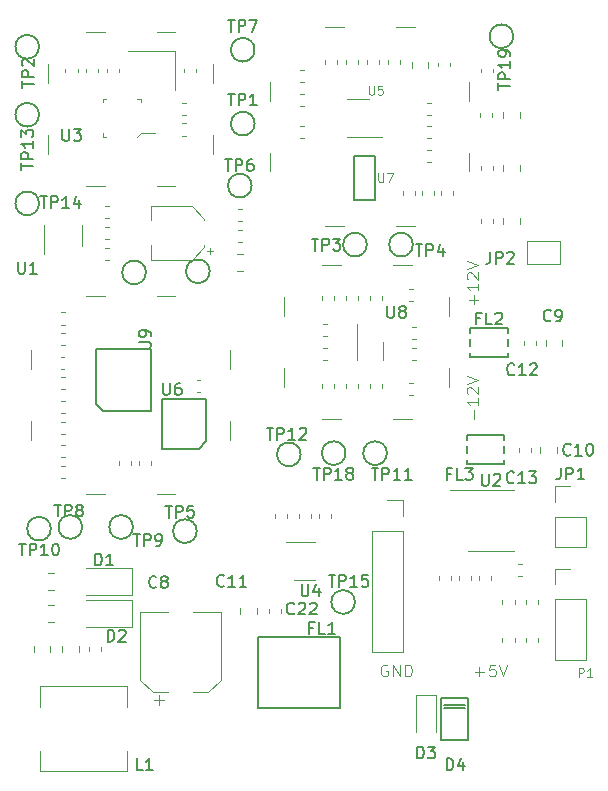
<source format=gto>
G04 #@! TF.GenerationSoftware,KiCad,Pcbnew,(5.1.4)-1*
G04 #@! TF.CreationDate,2020-03-14T18:34:21+01:00*
G04 #@! TF.ProjectId,rf-receiver,72662d72-6563-4656-9976-65722e6b6963,Rev 2*
G04 #@! TF.SameCoordinates,Original*
G04 #@! TF.FileFunction,Legend,Top*
G04 #@! TF.FilePolarity,Positive*
%FSLAX46Y46*%
G04 Gerber Fmt 4.6, Leading zero omitted, Abs format (unit mm)*
G04 Created by KiCad (PCBNEW (5.1.4)-1) date 2020-03-14 18:34:21*
%MOMM*%
%LPD*%
G04 APERTURE LIST*
%ADD10C,0.125000*%
%ADD11C,0.120000*%
%ADD12C,0.150000*%
%ADD13C,0.100000*%
G04 APERTURE END LIST*
D10*
X121164285Y-113421428D02*
X121926190Y-113421428D01*
X121545238Y-113802380D02*
X121545238Y-113040476D01*
X122878571Y-112802380D02*
X122402380Y-112802380D01*
X122354761Y-113278571D01*
X122402380Y-113230952D01*
X122497619Y-113183333D01*
X122735714Y-113183333D01*
X122830952Y-113230952D01*
X122878571Y-113278571D01*
X122926190Y-113373809D01*
X122926190Y-113611904D01*
X122878571Y-113707142D01*
X122830952Y-113754761D01*
X122735714Y-113802380D01*
X122497619Y-113802380D01*
X122402380Y-113754761D01*
X122354761Y-113707142D01*
X123211904Y-112802380D02*
X123545238Y-113802380D01*
X123878571Y-112802380D01*
X113738095Y-112850000D02*
X113642857Y-112802380D01*
X113500000Y-112802380D01*
X113357142Y-112850000D01*
X113261904Y-112945238D01*
X113214285Y-113040476D01*
X113166666Y-113230952D01*
X113166666Y-113373809D01*
X113214285Y-113564285D01*
X113261904Y-113659523D01*
X113357142Y-113754761D01*
X113500000Y-113802380D01*
X113595238Y-113802380D01*
X113738095Y-113754761D01*
X113785714Y-113707142D01*
X113785714Y-113373809D01*
X113595238Y-113373809D01*
X114214285Y-113802380D02*
X114214285Y-112802380D01*
X114785714Y-113802380D01*
X114785714Y-112802380D01*
X115261904Y-113802380D02*
X115261904Y-112802380D01*
X115500000Y-112802380D01*
X115642857Y-112850000D01*
X115738095Y-112945238D01*
X115785714Y-113040476D01*
X115833333Y-113230952D01*
X115833333Y-113373809D01*
X115785714Y-113564285D01*
X115738095Y-113659523D01*
X115642857Y-113754761D01*
X115500000Y-113802380D01*
X115261904Y-113802380D01*
X121071428Y-92011904D02*
X121071428Y-91250000D01*
X121452380Y-90250000D02*
X121452380Y-90821428D01*
X121452380Y-90535714D02*
X120452380Y-90535714D01*
X120595238Y-90630952D01*
X120690476Y-90726190D01*
X120738095Y-90821428D01*
X120547619Y-89869047D02*
X120500000Y-89821428D01*
X120452380Y-89726190D01*
X120452380Y-89488095D01*
X120500000Y-89392857D01*
X120547619Y-89345238D01*
X120642857Y-89297619D01*
X120738095Y-89297619D01*
X120880952Y-89345238D01*
X121452380Y-89916666D01*
X121452380Y-89297619D01*
X120452380Y-89011904D02*
X121452380Y-88678571D01*
X120452380Y-88345238D01*
X121071428Y-82311904D02*
X121071428Y-81550000D01*
X121452380Y-81930952D02*
X120690476Y-81930952D01*
X121452380Y-80550000D02*
X121452380Y-81121428D01*
X121452380Y-80835714D02*
X120452380Y-80835714D01*
X120595238Y-80930952D01*
X120690476Y-81026190D01*
X120738095Y-81121428D01*
X120547619Y-80169047D02*
X120500000Y-80121428D01*
X120452380Y-80026190D01*
X120452380Y-79788095D01*
X120500000Y-79692857D01*
X120547619Y-79645238D01*
X120642857Y-79597619D01*
X120738095Y-79597619D01*
X120880952Y-79645238D01*
X121452380Y-80216666D01*
X121452380Y-79597619D01*
X120452380Y-79311904D02*
X121452380Y-78978571D01*
X120452380Y-78645238D01*
D11*
X124960000Y-66508578D02*
X124960000Y-65991422D01*
X123540000Y-66508578D02*
X123540000Y-65991422D01*
X125600000Y-76900000D02*
X128400000Y-76900000D01*
X128400000Y-76900000D02*
X128400000Y-78900000D01*
X128400000Y-78900000D02*
X125600000Y-78900000D01*
X125600000Y-78900000D02*
X125600000Y-76900000D01*
D12*
X124400000Y-59600000D02*
G75*
G03X124400000Y-59600000I-1000000J0D01*
G01*
X110200000Y-94900000D02*
G75*
G03X110200000Y-94900000I-1000000J0D01*
G01*
X98700000Y-79500000D02*
G75*
G03X98700000Y-79500000I-1000000J0D01*
G01*
X93300000Y-79600000D02*
G75*
G03X93300000Y-79600000I-1000000J0D01*
G01*
X84250000Y-73750000D02*
G75*
G03X84250000Y-73750000I-1000000J0D01*
G01*
X84250000Y-66250000D02*
G75*
G03X84250000Y-66250000I-1000000J0D01*
G01*
X84250000Y-60500000D02*
G75*
G03X84250000Y-60500000I-1000000J0D01*
G01*
X111000000Y-107500000D02*
G75*
G03X111000000Y-107500000I-1000000J0D01*
G01*
X106400000Y-95000000D02*
G75*
G03X106400000Y-95000000I-1000000J0D01*
G01*
X113700000Y-94900000D02*
G75*
G03X113700000Y-94900000I-1000000J0D01*
G01*
X92200000Y-101150000D02*
G75*
G03X92200000Y-101150000I-1000000J0D01*
G01*
X87900000Y-101150000D02*
G75*
G03X87900000Y-101150000I-1000000J0D01*
G01*
X102500000Y-60750000D02*
G75*
G03X102500000Y-60750000I-1000000J0D01*
G01*
X102250000Y-72250000D02*
G75*
G03X102250000Y-72250000I-1000000J0D01*
G01*
X97600000Y-101500000D02*
G75*
G03X97600000Y-101500000I-1000000J0D01*
G01*
X115900000Y-77250000D02*
G75*
G03X115900000Y-77250000I-1000000J0D01*
G01*
X112000000Y-77250000D02*
G75*
G03X112000000Y-77250000I-1000000J0D01*
G01*
X102500000Y-67000000D02*
G75*
G03X102500000Y-67000000I-1000000J0D01*
G01*
X85250000Y-101300000D02*
G75*
G03X85250000Y-101300000I-1000000J0D01*
G01*
D11*
X88490000Y-111337221D02*
X88490000Y-111662779D01*
X89510000Y-111337221D02*
X89510000Y-111662779D01*
X87610000Y-111758578D02*
X87610000Y-111241422D01*
X86190000Y-111758578D02*
X86190000Y-111241422D01*
D12*
X93750000Y-86100000D02*
X89050000Y-86100000D01*
X89050000Y-90700000D02*
X89640000Y-91300000D01*
X89050000Y-90700000D02*
X89050000Y-86100000D01*
X93750000Y-91300000D02*
X89640000Y-91300000D01*
X93750000Y-86100000D02*
X93750000Y-91300000D01*
X98380000Y-93910000D02*
X97780000Y-94510000D01*
X98380000Y-93910000D02*
X98380000Y-90910000D01*
X98380000Y-90310000D02*
X98380000Y-90910000D01*
X94680000Y-90910000D02*
X94680000Y-93910000D01*
X95280000Y-94510000D02*
X97780000Y-94510000D01*
X94680000Y-90310000D02*
X98380000Y-90310000D01*
X94680000Y-90910000D02*
X94680000Y-90310000D01*
X94680000Y-94510000D02*
X94680000Y-93910000D01*
X95280000Y-94510000D02*
X94680000Y-94510000D01*
D11*
X124960000Y-71008578D02*
X124960000Y-70491422D01*
X123540000Y-71008578D02*
X123540000Y-70491422D01*
X124960000Y-75508578D02*
X124960000Y-74991422D01*
X123540000Y-75508578D02*
X123540000Y-74991422D01*
X122710000Y-62662779D02*
X122710000Y-62337221D01*
X121690000Y-62662779D02*
X121690000Y-62337221D01*
X121590000Y-66087221D02*
X121590000Y-66412779D01*
X122610000Y-66087221D02*
X122610000Y-66412779D01*
X118290000Y-72737221D02*
X118290000Y-73062779D01*
X119310000Y-72737221D02*
X119310000Y-73062779D01*
X121690000Y-70587221D02*
X121690000Y-70912779D01*
X122710000Y-70587221D02*
X122710000Y-70912779D01*
X116690000Y-72737221D02*
X116690000Y-73062779D01*
X117710000Y-72737221D02*
X117710000Y-73062779D01*
X121690000Y-75087221D02*
X121690000Y-75412779D01*
X122710000Y-75087221D02*
X122710000Y-75412779D01*
X116110000Y-73062779D02*
X116110000Y-72737221D01*
X115090000Y-73062779D02*
X115090000Y-72737221D01*
D12*
X118500000Y-116200000D02*
X120300000Y-116200000D01*
X120550000Y-119150000D02*
X120550000Y-115650000D01*
X120550000Y-115650000D02*
X118250000Y-115650000D01*
X118250000Y-115650000D02*
X118250000Y-119150000D01*
X118250000Y-119150000D02*
X120550000Y-119150000D01*
X118500000Y-116500000D02*
X120300000Y-116500000D01*
D11*
X115587221Y-90010000D02*
X115912779Y-90010000D01*
X115587221Y-88990000D02*
X115912779Y-88990000D01*
X117850000Y-115400000D02*
X117850000Y-118550000D01*
X116150000Y-115400000D02*
X116150000Y-118550000D01*
X117850000Y-115400000D02*
X116150000Y-115400000D01*
X122500000Y-98040000D02*
X119050000Y-98040000D01*
X122500000Y-98040000D02*
X124450000Y-98040000D01*
X122500000Y-103160000D02*
X120550000Y-103160000D01*
X122500000Y-103160000D02*
X124450000Y-103160000D01*
X84991422Y-109160000D02*
X85508578Y-109160000D01*
X84991422Y-107740000D02*
X85508578Y-107740000D01*
X119110000Y-105612779D02*
X119110000Y-105287221D01*
X118090000Y-105612779D02*
X118090000Y-105287221D01*
X122510000Y-105612779D02*
X122510000Y-105287221D01*
X121490000Y-105612779D02*
X121490000Y-105287221D01*
X120810000Y-105612779D02*
X120810000Y-105287221D01*
X119790000Y-105612779D02*
X119790000Y-105287221D01*
X84991422Y-106460000D02*
X85508578Y-106460000D01*
X84991422Y-105040000D02*
X85508578Y-105040000D01*
X127920000Y-97670000D02*
X129250000Y-97670000D01*
X127920000Y-99000000D02*
X127920000Y-97670000D01*
X127920000Y-100270000D02*
X130580000Y-100270000D01*
X130580000Y-100270000D02*
X130580000Y-102870000D01*
X127920000Y-100270000D02*
X127920000Y-102870000D01*
X127920000Y-102870000D02*
X130580000Y-102870000D01*
X92085000Y-107315000D02*
X88200000Y-107315000D01*
X92085000Y-109585000D02*
X92085000Y-107315000D01*
X88200000Y-109585000D02*
X92085000Y-109585000D01*
X92085000Y-104615000D02*
X88200000Y-104615000D01*
X92085000Y-106885000D02*
X92085000Y-104615000D01*
X88200000Y-106885000D02*
X92085000Y-106885000D01*
X125112779Y-104290000D02*
X124787221Y-104290000D01*
X125112779Y-105310000D02*
X124787221Y-105310000D01*
X91675000Y-114650000D02*
X88000000Y-114650000D01*
X91675000Y-116400000D02*
X91675000Y-114650000D01*
X84325000Y-114650000D02*
X88000000Y-114650000D01*
X84325000Y-116400000D02*
X84325000Y-114650000D01*
X84325000Y-121850000D02*
X88000000Y-121850000D01*
X84325000Y-120100000D02*
X84325000Y-121850000D01*
X91675000Y-121850000D02*
X88000000Y-121850000D01*
X91675000Y-120100000D02*
X91675000Y-121850000D01*
X85210000Y-111758578D02*
X85210000Y-111241422D01*
X83790000Y-111758578D02*
X83790000Y-111241422D01*
D12*
X123650000Y-94900000D02*
X123650000Y-94300000D01*
X123650000Y-93350000D02*
X123650000Y-93750000D01*
X120450000Y-93350000D02*
X123650000Y-93350000D01*
X120450000Y-93750000D02*
X120450000Y-93350000D01*
X120450000Y-94900000D02*
X120450000Y-94300000D01*
X120450000Y-95850000D02*
X120450000Y-95450000D01*
X123650000Y-95850000D02*
X123650000Y-95450000D01*
X120450000Y-95850000D02*
X123650000Y-95850000D01*
X123950000Y-85850000D02*
X123950000Y-85250000D01*
X123950000Y-84300000D02*
X123950000Y-84700000D01*
X120750000Y-84300000D02*
X123950000Y-84300000D01*
X120750000Y-84700000D02*
X120750000Y-84300000D01*
X120750000Y-85850000D02*
X120750000Y-85250000D01*
X120750000Y-86800000D02*
X120750000Y-86400000D01*
X123950000Y-86800000D02*
X123950000Y-86400000D01*
X120750000Y-86800000D02*
X123950000Y-86800000D01*
D11*
X100991422Y-79460000D02*
X101508578Y-79460000D01*
X100991422Y-78040000D02*
X101508578Y-78040000D01*
X104760000Y-108412779D02*
X104760000Y-108087221D01*
X103740000Y-108412779D02*
X103740000Y-108087221D01*
X125910000Y-94762779D02*
X125910000Y-94437221D01*
X124890000Y-94762779D02*
X124890000Y-94437221D01*
X126360000Y-85712779D02*
X126360000Y-85387221D01*
X125340000Y-85712779D02*
X125340000Y-85387221D01*
X102710000Y-108508578D02*
X102710000Y-107991422D01*
X101290000Y-108508578D02*
X101290000Y-107991422D01*
X128110000Y-94858578D02*
X128110000Y-94341422D01*
X126690000Y-94858578D02*
X126690000Y-94341422D01*
X128560000Y-85808578D02*
X128560000Y-85291422D01*
X127140000Y-85808578D02*
X127140000Y-85291422D01*
X94008750Y-115793750D02*
X94796250Y-115793750D01*
X94402500Y-116187500D02*
X94402500Y-115400000D01*
X98595563Y-115160000D02*
X99660000Y-114095563D01*
X93904437Y-115160000D02*
X92840000Y-114095563D01*
X93904437Y-115160000D02*
X95190000Y-115160000D01*
X98595563Y-115160000D02*
X97310000Y-115160000D01*
X99660000Y-114095563D02*
X99660000Y-108340000D01*
X92840000Y-114095563D02*
X92840000Y-108340000D01*
X92840000Y-108340000D02*
X95190000Y-108340000D01*
X99660000Y-108340000D02*
X97310000Y-108340000D01*
D12*
X109750000Y-116500000D02*
X109750000Y-110500000D01*
X102750000Y-110500000D02*
X102750000Y-116500000D01*
X109750000Y-110500000D02*
X102750000Y-110500000D01*
X109750000Y-116500000D02*
X102750000Y-116500000D01*
D11*
X98750000Y-78060000D02*
X98750000Y-77560000D01*
X99000000Y-77810000D02*
X98500000Y-77810000D01*
X98260000Y-75054437D02*
X97195563Y-73990000D01*
X98260000Y-77445563D02*
X97195563Y-78510000D01*
X98260000Y-77445563D02*
X98260000Y-77310000D01*
X98260000Y-75054437D02*
X98260000Y-75190000D01*
X97195563Y-73990000D02*
X93740000Y-73990000D01*
X97195563Y-78510000D02*
X93740000Y-78510000D01*
X93740000Y-78510000D02*
X93740000Y-77310000D01*
X93740000Y-73990000D02*
X93740000Y-75190000D01*
X108337221Y-85010000D02*
X108662779Y-85010000D01*
X108337221Y-83990000D02*
X108662779Y-83990000D01*
X89837221Y-78510000D02*
X90162779Y-78510000D01*
X89837221Y-77490000D02*
X90162779Y-77490000D01*
X89837221Y-75010000D02*
X90162779Y-75010000D01*
X89837221Y-73990000D02*
X90162779Y-73990000D01*
X104240000Y-100087221D02*
X104240000Y-100412779D01*
X105260000Y-100087221D02*
X105260000Y-100412779D01*
X108490000Y-61587221D02*
X108490000Y-61912779D01*
X109510000Y-61587221D02*
X109510000Y-61912779D01*
X106337221Y-65510000D02*
X106662779Y-65510000D01*
X106337221Y-64490000D02*
X106662779Y-64490000D01*
X107260000Y-100087221D02*
X107260000Y-100412779D01*
X106240000Y-100087221D02*
X106240000Y-100412779D01*
X116162779Y-84240000D02*
X115837221Y-84240000D01*
X116162779Y-85260000D02*
X115837221Y-85260000D01*
X89800000Y-72250000D02*
X88200000Y-72250000D01*
X89800000Y-59250000D02*
X88200000Y-59250000D01*
X95800000Y-72250000D02*
X94200000Y-72250000D01*
X95800000Y-59250000D02*
X94200000Y-59250000D01*
X85020000Y-67950000D02*
X85020000Y-69550000D01*
X98980000Y-67950000D02*
X98980000Y-69550000D01*
X85020000Y-61950000D02*
X85020000Y-63550000D01*
X98980000Y-61950000D02*
X98980000Y-63550000D01*
X109800000Y-92000000D02*
X108200000Y-92000000D01*
X109800000Y-79000000D02*
X108200000Y-79000000D01*
X115800000Y-92000000D02*
X114200000Y-92000000D01*
X115800000Y-79000000D02*
X114200000Y-79000000D01*
X105020000Y-87700000D02*
X105020000Y-89300000D01*
X118980000Y-87700000D02*
X118980000Y-89300000D01*
X105020000Y-81700000D02*
X105020000Y-83300000D01*
X118980000Y-81700000D02*
X118980000Y-83300000D01*
X83600000Y-87800000D02*
X83600000Y-86200000D01*
X100400000Y-87800000D02*
X100400000Y-86200000D01*
X83600000Y-93800000D02*
X83600000Y-92200000D01*
X100400000Y-93800000D02*
X100400000Y-92200000D01*
X89800000Y-81600000D02*
X88200000Y-81600000D01*
X89800000Y-98400000D02*
X88200000Y-98400000D01*
X95800000Y-81600000D02*
X94200000Y-81600000D01*
X95800000Y-98400000D02*
X94200000Y-98400000D01*
X120650000Y-69450000D02*
X120650000Y-71050000D01*
X103850000Y-69450000D02*
X103850000Y-71050000D01*
X120650000Y-63450000D02*
X120650000Y-65050000D01*
X103850000Y-63450000D02*
X103850000Y-65050000D01*
X114450000Y-75650000D02*
X116050000Y-75650000D01*
X114450000Y-58850000D02*
X116050000Y-58850000D01*
X108450000Y-75650000D02*
X110050000Y-75650000D01*
X108450000Y-58850000D02*
X110050000Y-58850000D01*
X111140000Y-84000000D02*
X111140000Y-87000000D01*
X113360000Y-85500000D02*
X113360000Y-87000000D01*
X113750000Y-98880000D02*
X115080000Y-98880000D01*
X115080000Y-98880000D02*
X115080000Y-100210000D01*
X115080000Y-101480000D02*
X115080000Y-111700000D01*
X112420000Y-111700000D02*
X115080000Y-111700000D01*
X112420000Y-101480000D02*
X112420000Y-111700000D01*
X112420000Y-101480000D02*
X115080000Y-101480000D01*
X95750000Y-60850000D02*
X91750000Y-60850000D01*
X95750000Y-64150000D02*
X95750000Y-60850000D01*
X84640000Y-75600000D02*
X84640000Y-78050000D01*
X87860000Y-77400000D02*
X87860000Y-75600000D01*
X88240000Y-62337221D02*
X88240000Y-62662779D01*
X89260000Y-62337221D02*
X89260000Y-62662779D01*
X86490000Y-62337221D02*
X86490000Y-62662779D01*
X87510000Y-62337221D02*
X87510000Y-62662779D01*
X107990000Y-100087221D02*
X107990000Y-100412779D01*
X109010000Y-100087221D02*
X109010000Y-100412779D01*
X89837221Y-76760000D02*
X90162779Y-76760000D01*
X89837221Y-75740000D02*
X90162779Y-75740000D01*
X96662779Y-65240000D02*
X96337221Y-65240000D01*
X96662779Y-66260000D02*
X96337221Y-66260000D01*
X96337221Y-68010000D02*
X96662779Y-68010000D01*
X96337221Y-66990000D02*
X96662779Y-66990000D01*
X97510000Y-62662779D02*
X97510000Y-62337221D01*
X96490000Y-62662779D02*
X96490000Y-62337221D01*
X89990000Y-62337221D02*
X89990000Y-62662779D01*
X91010000Y-62337221D02*
X91010000Y-62662779D01*
D13*
X92850000Y-67800000D02*
X94050000Y-67800000D01*
X92550000Y-68100000D02*
X92850000Y-67800000D01*
X92850000Y-64900000D02*
X92850000Y-65200000D01*
X92550000Y-64900000D02*
X92850000Y-64900000D01*
X89650000Y-64900000D02*
X89950000Y-64900000D01*
X89650000Y-65200000D02*
X89650000Y-64900000D01*
X89650000Y-68100000D02*
X89650000Y-67800000D01*
X89950000Y-68100000D02*
X89650000Y-68100000D01*
D11*
X115587221Y-82010000D02*
X115912779Y-82010000D01*
X115587221Y-80990000D02*
X115912779Y-80990000D01*
X108337221Y-87010000D02*
X108662779Y-87010000D01*
X108337221Y-85990000D02*
X108662779Y-85990000D01*
X115790000Y-61741422D02*
X115790000Y-62258578D01*
X117210000Y-61741422D02*
X117210000Y-62258578D01*
X110240000Y-89412779D02*
X110240000Y-89087221D01*
X111260000Y-89412779D02*
X111260000Y-89087221D01*
X113260000Y-89412779D02*
X113260000Y-89087221D01*
X112240000Y-89412779D02*
X112240000Y-89087221D01*
X93760000Y-95587221D02*
X93760000Y-95912779D01*
X92740000Y-95587221D02*
X92740000Y-95912779D01*
X106662779Y-67240000D02*
X106337221Y-67240000D01*
X106662779Y-68260000D02*
X106337221Y-68260000D01*
X97587221Y-88740000D02*
X97912779Y-88740000D01*
X97587221Y-89760000D02*
X97912779Y-89760000D01*
X117412779Y-69240000D02*
X117087221Y-69240000D01*
X117412779Y-70260000D02*
X117087221Y-70260000D01*
X106337221Y-62490000D02*
X106662779Y-62490000D01*
X106337221Y-63510000D02*
X106662779Y-63510000D01*
X117990000Y-62162779D02*
X117990000Y-61837221D01*
X119010000Y-62162779D02*
X119010000Y-61837221D01*
X92010000Y-95587221D02*
X92010000Y-95912779D01*
X90990000Y-95587221D02*
X90990000Y-95912779D01*
X86412779Y-92240000D02*
X86087221Y-92240000D01*
X86412779Y-93260000D02*
X86087221Y-93260000D01*
X86412779Y-95260000D02*
X86087221Y-95260000D01*
X86412779Y-94240000D02*
X86087221Y-94240000D01*
X86412779Y-97010000D02*
X86087221Y-97010000D01*
X86412779Y-95990000D02*
X86087221Y-95990000D01*
X110240000Y-61587221D02*
X110240000Y-61912779D01*
X111260000Y-61587221D02*
X111260000Y-61912779D01*
X86412779Y-88490000D02*
X86087221Y-88490000D01*
X86412779Y-89510000D02*
X86087221Y-89510000D01*
X86397779Y-87760000D02*
X86072221Y-87760000D01*
X86397779Y-86740000D02*
X86072221Y-86740000D01*
X86412779Y-84740000D02*
X86087221Y-84740000D01*
X86412779Y-85760000D02*
X86087221Y-85760000D01*
X86412779Y-84010000D02*
X86087221Y-84010000D01*
X86412779Y-82990000D02*
X86087221Y-82990000D01*
X116162779Y-85990000D02*
X115837221Y-85990000D01*
X116162779Y-87010000D02*
X115837221Y-87010000D01*
X111260000Y-81587221D02*
X111260000Y-81912779D01*
X110240000Y-81587221D02*
X110240000Y-81912779D01*
X86412779Y-90490000D02*
X86087221Y-90490000D01*
X86412779Y-91510000D02*
X86087221Y-91510000D01*
X123490000Y-110912779D02*
X123490000Y-110587221D01*
X124510000Y-110912779D02*
X124510000Y-110587221D01*
X123490000Y-107337221D02*
X123490000Y-107662779D01*
X124510000Y-107337221D02*
X124510000Y-107662779D01*
X108240000Y-81587221D02*
X108240000Y-81912779D01*
X109260000Y-81587221D02*
X109260000Y-81912779D01*
X101087221Y-75260000D02*
X101412779Y-75260000D01*
X101087221Y-74240000D02*
X101412779Y-74240000D01*
X101087221Y-75990000D02*
X101412779Y-75990000D01*
X101087221Y-77010000D02*
X101412779Y-77010000D01*
X109260000Y-89412779D02*
X109260000Y-89087221D01*
X108240000Y-89412779D02*
X108240000Y-89087221D01*
X112240000Y-81587221D02*
X112240000Y-81912779D01*
X113260000Y-81587221D02*
X113260000Y-81912779D01*
X114810000Y-61912779D02*
X114810000Y-61587221D01*
X113790000Y-61912779D02*
X113790000Y-61587221D01*
X111990000Y-61587221D02*
X111990000Y-61912779D01*
X113010000Y-61587221D02*
X113010000Y-61912779D01*
X117087221Y-65240000D02*
X117412779Y-65240000D01*
X117087221Y-66260000D02*
X117412779Y-66260000D01*
X126510000Y-107337221D02*
X126510000Y-107662779D01*
X125490000Y-107337221D02*
X125490000Y-107662779D01*
X125490000Y-110587221D02*
X125490000Y-110912779D01*
X126510000Y-110587221D02*
X126510000Y-110912779D01*
X117087221Y-67240000D02*
X117412779Y-67240000D01*
X117087221Y-68260000D02*
X117412779Y-68260000D01*
X105850000Y-105610000D02*
X107650000Y-105610000D01*
X107650000Y-102390000D02*
X105200000Y-102390000D01*
X112150000Y-64890000D02*
X110350000Y-64890000D01*
X110350000Y-68110000D02*
X113300000Y-68110000D01*
X127920000Y-112410000D02*
X130580000Y-112410000D01*
X127920000Y-107270000D02*
X127920000Y-112410000D01*
X130580000Y-107270000D02*
X130580000Y-112410000D01*
X127920000Y-107270000D02*
X130580000Y-107270000D01*
X127920000Y-106000000D02*
X127920000Y-104670000D01*
X127920000Y-104670000D02*
X129250000Y-104670000D01*
D12*
X112700000Y-69700000D02*
X110900000Y-69700000D01*
X112700000Y-73500000D02*
X112700000Y-69700000D01*
X110900000Y-73500000D02*
X112700000Y-73500000D01*
X110900000Y-69700000D02*
X110900000Y-73500000D01*
X122466666Y-77852380D02*
X122466666Y-78566666D01*
X122419047Y-78709523D01*
X122323809Y-78804761D01*
X122180952Y-78852380D01*
X122085714Y-78852380D01*
X122942857Y-78852380D02*
X122942857Y-77852380D01*
X123323809Y-77852380D01*
X123419047Y-77900000D01*
X123466666Y-77947619D01*
X123514285Y-78042857D01*
X123514285Y-78185714D01*
X123466666Y-78280952D01*
X123419047Y-78328571D01*
X123323809Y-78376190D01*
X122942857Y-78376190D01*
X123895238Y-77947619D02*
X123942857Y-77900000D01*
X124038095Y-77852380D01*
X124276190Y-77852380D01*
X124371428Y-77900000D01*
X124419047Y-77947619D01*
X124466666Y-78042857D01*
X124466666Y-78138095D01*
X124419047Y-78280952D01*
X123847619Y-78852380D01*
X124466666Y-78852380D01*
X123152380Y-64138095D02*
X123152380Y-63566666D01*
X124152380Y-63852380D02*
X123152380Y-63852380D01*
X124152380Y-63233333D02*
X123152380Y-63233333D01*
X123152380Y-62852380D01*
X123200000Y-62757142D01*
X123247619Y-62709523D01*
X123342857Y-62661904D01*
X123485714Y-62661904D01*
X123580952Y-62709523D01*
X123628571Y-62757142D01*
X123676190Y-62852380D01*
X123676190Y-63233333D01*
X124152380Y-61709523D02*
X124152380Y-62280952D01*
X124152380Y-61995238D02*
X123152380Y-61995238D01*
X123295238Y-62090476D01*
X123390476Y-62185714D01*
X123438095Y-62280952D01*
X124152380Y-61233333D02*
X124152380Y-61042857D01*
X124104761Y-60947619D01*
X124057142Y-60900000D01*
X123914285Y-60804761D01*
X123723809Y-60757142D01*
X123342857Y-60757142D01*
X123247619Y-60804761D01*
X123200000Y-60852380D01*
X123152380Y-60947619D01*
X123152380Y-61138095D01*
X123200000Y-61233333D01*
X123247619Y-61280952D01*
X123342857Y-61328571D01*
X123580952Y-61328571D01*
X123676190Y-61280952D01*
X123723809Y-61233333D01*
X123771428Y-61138095D01*
X123771428Y-60947619D01*
X123723809Y-60852380D01*
X123676190Y-60804761D01*
X123580952Y-60757142D01*
X107461904Y-96152380D02*
X108033333Y-96152380D01*
X107747619Y-97152380D02*
X107747619Y-96152380D01*
X108366666Y-97152380D02*
X108366666Y-96152380D01*
X108747619Y-96152380D01*
X108842857Y-96200000D01*
X108890476Y-96247619D01*
X108938095Y-96342857D01*
X108938095Y-96485714D01*
X108890476Y-96580952D01*
X108842857Y-96628571D01*
X108747619Y-96676190D01*
X108366666Y-96676190D01*
X109890476Y-97152380D02*
X109319047Y-97152380D01*
X109604761Y-97152380D02*
X109604761Y-96152380D01*
X109509523Y-96295238D01*
X109414285Y-96390476D01*
X109319047Y-96438095D01*
X110461904Y-96580952D02*
X110366666Y-96533333D01*
X110319047Y-96485714D01*
X110271428Y-96390476D01*
X110271428Y-96342857D01*
X110319047Y-96247619D01*
X110366666Y-96200000D01*
X110461904Y-96152380D01*
X110652380Y-96152380D01*
X110747619Y-96200000D01*
X110795238Y-96247619D01*
X110842857Y-96342857D01*
X110842857Y-96390476D01*
X110795238Y-96485714D01*
X110747619Y-96533333D01*
X110652380Y-96580952D01*
X110461904Y-96580952D01*
X110366666Y-96628571D01*
X110319047Y-96676190D01*
X110271428Y-96771428D01*
X110271428Y-96961904D01*
X110319047Y-97057142D01*
X110366666Y-97104761D01*
X110461904Y-97152380D01*
X110652380Y-97152380D01*
X110747619Y-97104761D01*
X110795238Y-97057142D01*
X110842857Y-96961904D01*
X110842857Y-96771428D01*
X110795238Y-96676190D01*
X110747619Y-96628571D01*
X110652380Y-96580952D01*
X84361904Y-73152380D02*
X84933333Y-73152380D01*
X84647619Y-74152380D02*
X84647619Y-73152380D01*
X85266666Y-74152380D02*
X85266666Y-73152380D01*
X85647619Y-73152380D01*
X85742857Y-73200000D01*
X85790476Y-73247619D01*
X85838095Y-73342857D01*
X85838095Y-73485714D01*
X85790476Y-73580952D01*
X85742857Y-73628571D01*
X85647619Y-73676190D01*
X85266666Y-73676190D01*
X86790476Y-74152380D02*
X86219047Y-74152380D01*
X86504761Y-74152380D02*
X86504761Y-73152380D01*
X86409523Y-73295238D01*
X86314285Y-73390476D01*
X86219047Y-73438095D01*
X87647619Y-73485714D02*
X87647619Y-74152380D01*
X87409523Y-73104761D02*
X87171428Y-73819047D01*
X87790476Y-73819047D01*
X82752380Y-70888095D02*
X82752380Y-70316666D01*
X83752380Y-70602380D02*
X82752380Y-70602380D01*
X83752380Y-69983333D02*
X82752380Y-69983333D01*
X82752380Y-69602380D01*
X82800000Y-69507142D01*
X82847619Y-69459523D01*
X82942857Y-69411904D01*
X83085714Y-69411904D01*
X83180952Y-69459523D01*
X83228571Y-69507142D01*
X83276190Y-69602380D01*
X83276190Y-69983333D01*
X83752380Y-68459523D02*
X83752380Y-69030952D01*
X83752380Y-68745238D02*
X82752380Y-68745238D01*
X82895238Y-68840476D01*
X82990476Y-68935714D01*
X83038095Y-69030952D01*
X82752380Y-68126190D02*
X82752380Y-67507142D01*
X83133333Y-67840476D01*
X83133333Y-67697619D01*
X83180952Y-67602380D01*
X83228571Y-67554761D01*
X83323809Y-67507142D01*
X83561904Y-67507142D01*
X83657142Y-67554761D01*
X83704761Y-67602380D01*
X83752380Y-67697619D01*
X83752380Y-67983333D01*
X83704761Y-68078571D01*
X83657142Y-68126190D01*
X82802380Y-63961904D02*
X82802380Y-63390476D01*
X83802380Y-63676190D02*
X82802380Y-63676190D01*
X83802380Y-63057142D02*
X82802380Y-63057142D01*
X82802380Y-62676190D01*
X82850000Y-62580952D01*
X82897619Y-62533333D01*
X82992857Y-62485714D01*
X83135714Y-62485714D01*
X83230952Y-62533333D01*
X83278571Y-62580952D01*
X83326190Y-62676190D01*
X83326190Y-63057142D01*
X82897619Y-62104761D02*
X82850000Y-62057142D01*
X82802380Y-61961904D01*
X82802380Y-61723809D01*
X82850000Y-61628571D01*
X82897619Y-61580952D01*
X82992857Y-61533333D01*
X83088095Y-61533333D01*
X83230952Y-61580952D01*
X83802380Y-62152380D01*
X83802380Y-61533333D01*
X108761904Y-105202380D02*
X109333333Y-105202380D01*
X109047619Y-106202380D02*
X109047619Y-105202380D01*
X109666666Y-106202380D02*
X109666666Y-105202380D01*
X110047619Y-105202380D01*
X110142857Y-105250000D01*
X110190476Y-105297619D01*
X110238095Y-105392857D01*
X110238095Y-105535714D01*
X110190476Y-105630952D01*
X110142857Y-105678571D01*
X110047619Y-105726190D01*
X109666666Y-105726190D01*
X111190476Y-106202380D02*
X110619047Y-106202380D01*
X110904761Y-106202380D02*
X110904761Y-105202380D01*
X110809523Y-105345238D01*
X110714285Y-105440476D01*
X110619047Y-105488095D01*
X112095238Y-105202380D02*
X111619047Y-105202380D01*
X111571428Y-105678571D01*
X111619047Y-105630952D01*
X111714285Y-105583333D01*
X111952380Y-105583333D01*
X112047619Y-105630952D01*
X112095238Y-105678571D01*
X112142857Y-105773809D01*
X112142857Y-106011904D01*
X112095238Y-106107142D01*
X112047619Y-106154761D01*
X111952380Y-106202380D01*
X111714285Y-106202380D01*
X111619047Y-106154761D01*
X111571428Y-106107142D01*
X103511904Y-92752380D02*
X104083333Y-92752380D01*
X103797619Y-93752380D02*
X103797619Y-92752380D01*
X104416666Y-93752380D02*
X104416666Y-92752380D01*
X104797619Y-92752380D01*
X104892857Y-92800000D01*
X104940476Y-92847619D01*
X104988095Y-92942857D01*
X104988095Y-93085714D01*
X104940476Y-93180952D01*
X104892857Y-93228571D01*
X104797619Y-93276190D01*
X104416666Y-93276190D01*
X105940476Y-93752380D02*
X105369047Y-93752380D01*
X105654761Y-93752380D02*
X105654761Y-92752380D01*
X105559523Y-92895238D01*
X105464285Y-92990476D01*
X105369047Y-93038095D01*
X106321428Y-92847619D02*
X106369047Y-92800000D01*
X106464285Y-92752380D01*
X106702380Y-92752380D01*
X106797619Y-92800000D01*
X106845238Y-92847619D01*
X106892857Y-92942857D01*
X106892857Y-93038095D01*
X106845238Y-93180952D01*
X106273809Y-93752380D01*
X106892857Y-93752380D01*
X112411904Y-96152380D02*
X112983333Y-96152380D01*
X112697619Y-97152380D02*
X112697619Y-96152380D01*
X113316666Y-97152380D02*
X113316666Y-96152380D01*
X113697619Y-96152380D01*
X113792857Y-96200000D01*
X113840476Y-96247619D01*
X113888095Y-96342857D01*
X113888095Y-96485714D01*
X113840476Y-96580952D01*
X113792857Y-96628571D01*
X113697619Y-96676190D01*
X113316666Y-96676190D01*
X114840476Y-97152380D02*
X114269047Y-97152380D01*
X114554761Y-97152380D02*
X114554761Y-96152380D01*
X114459523Y-96295238D01*
X114364285Y-96390476D01*
X114269047Y-96438095D01*
X115792857Y-97152380D02*
X115221428Y-97152380D01*
X115507142Y-97152380D02*
X115507142Y-96152380D01*
X115411904Y-96295238D01*
X115316666Y-96390476D01*
X115221428Y-96438095D01*
X92238095Y-101752380D02*
X92809523Y-101752380D01*
X92523809Y-102752380D02*
X92523809Y-101752380D01*
X93142857Y-102752380D02*
X93142857Y-101752380D01*
X93523809Y-101752380D01*
X93619047Y-101800000D01*
X93666666Y-101847619D01*
X93714285Y-101942857D01*
X93714285Y-102085714D01*
X93666666Y-102180952D01*
X93619047Y-102228571D01*
X93523809Y-102276190D01*
X93142857Y-102276190D01*
X94190476Y-102752380D02*
X94380952Y-102752380D01*
X94476190Y-102704761D01*
X94523809Y-102657142D01*
X94619047Y-102514285D01*
X94666666Y-102323809D01*
X94666666Y-101942857D01*
X94619047Y-101847619D01*
X94571428Y-101800000D01*
X94476190Y-101752380D01*
X94285714Y-101752380D01*
X94190476Y-101800000D01*
X94142857Y-101847619D01*
X94095238Y-101942857D01*
X94095238Y-102180952D01*
X94142857Y-102276190D01*
X94190476Y-102323809D01*
X94285714Y-102371428D01*
X94476190Y-102371428D01*
X94571428Y-102323809D01*
X94619047Y-102276190D01*
X94666666Y-102180952D01*
X85538095Y-99252380D02*
X86109523Y-99252380D01*
X85823809Y-100252380D02*
X85823809Y-99252380D01*
X86442857Y-100252380D02*
X86442857Y-99252380D01*
X86823809Y-99252380D01*
X86919047Y-99300000D01*
X86966666Y-99347619D01*
X87014285Y-99442857D01*
X87014285Y-99585714D01*
X86966666Y-99680952D01*
X86919047Y-99728571D01*
X86823809Y-99776190D01*
X86442857Y-99776190D01*
X87585714Y-99680952D02*
X87490476Y-99633333D01*
X87442857Y-99585714D01*
X87395238Y-99490476D01*
X87395238Y-99442857D01*
X87442857Y-99347619D01*
X87490476Y-99300000D01*
X87585714Y-99252380D01*
X87776190Y-99252380D01*
X87871428Y-99300000D01*
X87919047Y-99347619D01*
X87966666Y-99442857D01*
X87966666Y-99490476D01*
X87919047Y-99585714D01*
X87871428Y-99633333D01*
X87776190Y-99680952D01*
X87585714Y-99680952D01*
X87490476Y-99728571D01*
X87442857Y-99776190D01*
X87395238Y-99871428D01*
X87395238Y-100061904D01*
X87442857Y-100157142D01*
X87490476Y-100204761D01*
X87585714Y-100252380D01*
X87776190Y-100252380D01*
X87871428Y-100204761D01*
X87919047Y-100157142D01*
X87966666Y-100061904D01*
X87966666Y-99871428D01*
X87919047Y-99776190D01*
X87871428Y-99728571D01*
X87776190Y-99680952D01*
X100238095Y-58202380D02*
X100809523Y-58202380D01*
X100523809Y-59202380D02*
X100523809Y-58202380D01*
X101142857Y-59202380D02*
X101142857Y-58202380D01*
X101523809Y-58202380D01*
X101619047Y-58250000D01*
X101666666Y-58297619D01*
X101714285Y-58392857D01*
X101714285Y-58535714D01*
X101666666Y-58630952D01*
X101619047Y-58678571D01*
X101523809Y-58726190D01*
X101142857Y-58726190D01*
X102047619Y-58202380D02*
X102714285Y-58202380D01*
X102285714Y-59202380D01*
X99988095Y-70002380D02*
X100559523Y-70002380D01*
X100273809Y-71002380D02*
X100273809Y-70002380D01*
X100892857Y-71002380D02*
X100892857Y-70002380D01*
X101273809Y-70002380D01*
X101369047Y-70050000D01*
X101416666Y-70097619D01*
X101464285Y-70192857D01*
X101464285Y-70335714D01*
X101416666Y-70430952D01*
X101369047Y-70478571D01*
X101273809Y-70526190D01*
X100892857Y-70526190D01*
X102321428Y-70002380D02*
X102130952Y-70002380D01*
X102035714Y-70050000D01*
X101988095Y-70097619D01*
X101892857Y-70240476D01*
X101845238Y-70430952D01*
X101845238Y-70811904D01*
X101892857Y-70907142D01*
X101940476Y-70954761D01*
X102035714Y-71002380D01*
X102226190Y-71002380D01*
X102321428Y-70954761D01*
X102369047Y-70907142D01*
X102416666Y-70811904D01*
X102416666Y-70573809D01*
X102369047Y-70478571D01*
X102321428Y-70430952D01*
X102226190Y-70383333D01*
X102035714Y-70383333D01*
X101940476Y-70430952D01*
X101892857Y-70478571D01*
X101845238Y-70573809D01*
X94938095Y-99352380D02*
X95509523Y-99352380D01*
X95223809Y-100352380D02*
X95223809Y-99352380D01*
X95842857Y-100352380D02*
X95842857Y-99352380D01*
X96223809Y-99352380D01*
X96319047Y-99400000D01*
X96366666Y-99447619D01*
X96414285Y-99542857D01*
X96414285Y-99685714D01*
X96366666Y-99780952D01*
X96319047Y-99828571D01*
X96223809Y-99876190D01*
X95842857Y-99876190D01*
X97319047Y-99352380D02*
X96842857Y-99352380D01*
X96795238Y-99828571D01*
X96842857Y-99780952D01*
X96938095Y-99733333D01*
X97176190Y-99733333D01*
X97271428Y-99780952D01*
X97319047Y-99828571D01*
X97366666Y-99923809D01*
X97366666Y-100161904D01*
X97319047Y-100257142D01*
X97271428Y-100304761D01*
X97176190Y-100352380D01*
X96938095Y-100352380D01*
X96842857Y-100304761D01*
X96795238Y-100257142D01*
X116138095Y-77202380D02*
X116709523Y-77202380D01*
X116423809Y-78202380D02*
X116423809Y-77202380D01*
X117042857Y-78202380D02*
X117042857Y-77202380D01*
X117423809Y-77202380D01*
X117519047Y-77250000D01*
X117566666Y-77297619D01*
X117614285Y-77392857D01*
X117614285Y-77535714D01*
X117566666Y-77630952D01*
X117519047Y-77678571D01*
X117423809Y-77726190D01*
X117042857Y-77726190D01*
X118471428Y-77535714D02*
X118471428Y-78202380D01*
X118233333Y-77154761D02*
X117995238Y-77869047D01*
X118614285Y-77869047D01*
X107338095Y-76752380D02*
X107909523Y-76752380D01*
X107623809Y-77752380D02*
X107623809Y-76752380D01*
X108242857Y-77752380D02*
X108242857Y-76752380D01*
X108623809Y-76752380D01*
X108719047Y-76800000D01*
X108766666Y-76847619D01*
X108814285Y-76942857D01*
X108814285Y-77085714D01*
X108766666Y-77180952D01*
X108719047Y-77228571D01*
X108623809Y-77276190D01*
X108242857Y-77276190D01*
X109147619Y-76752380D02*
X109766666Y-76752380D01*
X109433333Y-77133333D01*
X109576190Y-77133333D01*
X109671428Y-77180952D01*
X109719047Y-77228571D01*
X109766666Y-77323809D01*
X109766666Y-77561904D01*
X109719047Y-77657142D01*
X109671428Y-77704761D01*
X109576190Y-77752380D01*
X109290476Y-77752380D01*
X109195238Y-77704761D01*
X109147619Y-77657142D01*
X100238095Y-64452380D02*
X100809523Y-64452380D01*
X100523809Y-65452380D02*
X100523809Y-64452380D01*
X101142857Y-65452380D02*
X101142857Y-64452380D01*
X101523809Y-64452380D01*
X101619047Y-64500000D01*
X101666666Y-64547619D01*
X101714285Y-64642857D01*
X101714285Y-64785714D01*
X101666666Y-64880952D01*
X101619047Y-64928571D01*
X101523809Y-64976190D01*
X101142857Y-64976190D01*
X102666666Y-65452380D02*
X102095238Y-65452380D01*
X102380952Y-65452380D02*
X102380952Y-64452380D01*
X102285714Y-64595238D01*
X102190476Y-64690476D01*
X102095238Y-64738095D01*
X82561904Y-102552380D02*
X83133333Y-102552380D01*
X82847619Y-103552380D02*
X82847619Y-102552380D01*
X83466666Y-103552380D02*
X83466666Y-102552380D01*
X83847619Y-102552380D01*
X83942857Y-102600000D01*
X83990476Y-102647619D01*
X84038095Y-102742857D01*
X84038095Y-102885714D01*
X83990476Y-102980952D01*
X83942857Y-103028571D01*
X83847619Y-103076190D01*
X83466666Y-103076190D01*
X84990476Y-103552380D02*
X84419047Y-103552380D01*
X84704761Y-103552380D02*
X84704761Y-102552380D01*
X84609523Y-102695238D01*
X84514285Y-102790476D01*
X84419047Y-102838095D01*
X85609523Y-102552380D02*
X85704761Y-102552380D01*
X85800000Y-102600000D01*
X85847619Y-102647619D01*
X85895238Y-102742857D01*
X85942857Y-102933333D01*
X85942857Y-103171428D01*
X85895238Y-103361904D01*
X85847619Y-103457142D01*
X85800000Y-103504761D01*
X85704761Y-103552380D01*
X85609523Y-103552380D01*
X85514285Y-103504761D01*
X85466666Y-103457142D01*
X85419047Y-103361904D01*
X85371428Y-103171428D01*
X85371428Y-102933333D01*
X85419047Y-102742857D01*
X85466666Y-102647619D01*
X85514285Y-102600000D01*
X85609523Y-102552380D01*
X92692380Y-86051904D02*
X93501904Y-86051904D01*
X93597142Y-86004285D01*
X93644761Y-85956666D01*
X93692380Y-85861428D01*
X93692380Y-85670952D01*
X93644761Y-85575714D01*
X93597142Y-85528095D01*
X93501904Y-85480476D01*
X92692380Y-85480476D01*
X93692380Y-84956666D02*
X93692380Y-84766190D01*
X93644761Y-84670952D01*
X93597142Y-84623333D01*
X93454285Y-84528095D01*
X93263809Y-84480476D01*
X92882857Y-84480476D01*
X92787619Y-84528095D01*
X92740000Y-84575714D01*
X92692380Y-84670952D01*
X92692380Y-84861428D01*
X92740000Y-84956666D01*
X92787619Y-85004285D01*
X92882857Y-85051904D01*
X93120952Y-85051904D01*
X93216190Y-85004285D01*
X93263809Y-84956666D01*
X93311428Y-84861428D01*
X93311428Y-84670952D01*
X93263809Y-84575714D01*
X93216190Y-84528095D01*
X93120952Y-84480476D01*
X94748095Y-88982380D02*
X94748095Y-89791904D01*
X94795714Y-89887142D01*
X94843333Y-89934761D01*
X94938571Y-89982380D01*
X95129047Y-89982380D01*
X95224285Y-89934761D01*
X95271904Y-89887142D01*
X95319523Y-89791904D01*
X95319523Y-88982380D01*
X96224285Y-88982380D02*
X96033809Y-88982380D01*
X95938571Y-89030000D01*
X95890952Y-89077619D01*
X95795714Y-89220476D01*
X95748095Y-89410952D01*
X95748095Y-89791904D01*
X95795714Y-89887142D01*
X95843333Y-89934761D01*
X95938571Y-89982380D01*
X96129047Y-89982380D01*
X96224285Y-89934761D01*
X96271904Y-89887142D01*
X96319523Y-89791904D01*
X96319523Y-89553809D01*
X96271904Y-89458571D01*
X96224285Y-89410952D01*
X96129047Y-89363333D01*
X95938571Y-89363333D01*
X95843333Y-89410952D01*
X95795714Y-89458571D01*
X95748095Y-89553809D01*
X118761904Y-121752380D02*
X118761904Y-120752380D01*
X119000000Y-120752380D01*
X119142857Y-120800000D01*
X119238095Y-120895238D01*
X119285714Y-120990476D01*
X119333333Y-121180952D01*
X119333333Y-121323809D01*
X119285714Y-121514285D01*
X119238095Y-121609523D01*
X119142857Y-121704761D01*
X119000000Y-121752380D01*
X118761904Y-121752380D01*
X120190476Y-121085714D02*
X120190476Y-121752380D01*
X119952380Y-120704761D02*
X119714285Y-121419047D01*
X120333333Y-121419047D01*
X116261904Y-120752380D02*
X116261904Y-119752380D01*
X116500000Y-119752380D01*
X116642857Y-119800000D01*
X116738095Y-119895238D01*
X116785714Y-119990476D01*
X116833333Y-120180952D01*
X116833333Y-120323809D01*
X116785714Y-120514285D01*
X116738095Y-120609523D01*
X116642857Y-120704761D01*
X116500000Y-120752380D01*
X116261904Y-120752380D01*
X117166666Y-119752380D02*
X117785714Y-119752380D01*
X117452380Y-120133333D01*
X117595238Y-120133333D01*
X117690476Y-120180952D01*
X117738095Y-120228571D01*
X117785714Y-120323809D01*
X117785714Y-120561904D01*
X117738095Y-120657142D01*
X117690476Y-120704761D01*
X117595238Y-120752380D01*
X117309523Y-120752380D01*
X117214285Y-120704761D01*
X117166666Y-120657142D01*
X121738095Y-96652380D02*
X121738095Y-97461904D01*
X121785714Y-97557142D01*
X121833333Y-97604761D01*
X121928571Y-97652380D01*
X122119047Y-97652380D01*
X122214285Y-97604761D01*
X122261904Y-97557142D01*
X122309523Y-97461904D01*
X122309523Y-96652380D01*
X122738095Y-96747619D02*
X122785714Y-96700000D01*
X122880952Y-96652380D01*
X123119047Y-96652380D01*
X123214285Y-96700000D01*
X123261904Y-96747619D01*
X123309523Y-96842857D01*
X123309523Y-96938095D01*
X123261904Y-97080952D01*
X122690476Y-97652380D01*
X123309523Y-97652380D01*
X128416666Y-96122380D02*
X128416666Y-96836666D01*
X128369047Y-96979523D01*
X128273809Y-97074761D01*
X128130952Y-97122380D01*
X128035714Y-97122380D01*
X128892857Y-97122380D02*
X128892857Y-96122380D01*
X129273809Y-96122380D01*
X129369047Y-96170000D01*
X129416666Y-96217619D01*
X129464285Y-96312857D01*
X129464285Y-96455714D01*
X129416666Y-96550952D01*
X129369047Y-96598571D01*
X129273809Y-96646190D01*
X128892857Y-96646190D01*
X130416666Y-97122380D02*
X129845238Y-97122380D01*
X130130952Y-97122380D02*
X130130952Y-96122380D01*
X130035714Y-96265238D01*
X129940476Y-96360476D01*
X129845238Y-96408095D01*
X90061904Y-110852380D02*
X90061904Y-109852380D01*
X90300000Y-109852380D01*
X90442857Y-109900000D01*
X90538095Y-109995238D01*
X90585714Y-110090476D01*
X90633333Y-110280952D01*
X90633333Y-110423809D01*
X90585714Y-110614285D01*
X90538095Y-110709523D01*
X90442857Y-110804761D01*
X90300000Y-110852380D01*
X90061904Y-110852380D01*
X91014285Y-109947619D02*
X91061904Y-109900000D01*
X91157142Y-109852380D01*
X91395238Y-109852380D01*
X91490476Y-109900000D01*
X91538095Y-109947619D01*
X91585714Y-110042857D01*
X91585714Y-110138095D01*
X91538095Y-110280952D01*
X90966666Y-110852380D01*
X91585714Y-110852380D01*
X89011904Y-104402380D02*
X89011904Y-103402380D01*
X89250000Y-103402380D01*
X89392857Y-103450000D01*
X89488095Y-103545238D01*
X89535714Y-103640476D01*
X89583333Y-103830952D01*
X89583333Y-103973809D01*
X89535714Y-104164285D01*
X89488095Y-104259523D01*
X89392857Y-104354761D01*
X89250000Y-104402380D01*
X89011904Y-104402380D01*
X90535714Y-104402380D02*
X89964285Y-104402380D01*
X90250000Y-104402380D02*
X90250000Y-103402380D01*
X90154761Y-103545238D01*
X90059523Y-103640476D01*
X89964285Y-103688095D01*
X93033333Y-121752380D02*
X92557142Y-121752380D01*
X92557142Y-120752380D01*
X93890476Y-121752380D02*
X93319047Y-121752380D01*
X93604761Y-121752380D02*
X93604761Y-120752380D01*
X93509523Y-120895238D01*
X93414285Y-120990476D01*
X93319047Y-121038095D01*
X119111904Y-96628571D02*
X118778571Y-96628571D01*
X118778571Y-97152380D02*
X118778571Y-96152380D01*
X119254761Y-96152380D01*
X120111904Y-97152380D02*
X119635714Y-97152380D01*
X119635714Y-96152380D01*
X120350000Y-96152380D02*
X120969047Y-96152380D01*
X120635714Y-96533333D01*
X120778571Y-96533333D01*
X120873809Y-96580952D01*
X120921428Y-96628571D01*
X120969047Y-96723809D01*
X120969047Y-96961904D01*
X120921428Y-97057142D01*
X120873809Y-97104761D01*
X120778571Y-97152380D01*
X120492857Y-97152380D01*
X120397619Y-97104761D01*
X120350000Y-97057142D01*
X121611904Y-83478571D02*
X121278571Y-83478571D01*
X121278571Y-84002380D02*
X121278571Y-83002380D01*
X121754761Y-83002380D01*
X122611904Y-84002380D02*
X122135714Y-84002380D01*
X122135714Y-83002380D01*
X122897619Y-83097619D02*
X122945238Y-83050000D01*
X123040476Y-83002380D01*
X123278571Y-83002380D01*
X123373809Y-83050000D01*
X123421428Y-83097619D01*
X123469047Y-83192857D01*
X123469047Y-83288095D01*
X123421428Y-83430952D01*
X122850000Y-84002380D01*
X123469047Y-84002380D01*
X105857142Y-108457142D02*
X105809523Y-108504761D01*
X105666666Y-108552380D01*
X105571428Y-108552380D01*
X105428571Y-108504761D01*
X105333333Y-108409523D01*
X105285714Y-108314285D01*
X105238095Y-108123809D01*
X105238095Y-107980952D01*
X105285714Y-107790476D01*
X105333333Y-107695238D01*
X105428571Y-107600000D01*
X105571428Y-107552380D01*
X105666666Y-107552380D01*
X105809523Y-107600000D01*
X105857142Y-107647619D01*
X106238095Y-107647619D02*
X106285714Y-107600000D01*
X106380952Y-107552380D01*
X106619047Y-107552380D01*
X106714285Y-107600000D01*
X106761904Y-107647619D01*
X106809523Y-107742857D01*
X106809523Y-107838095D01*
X106761904Y-107980952D01*
X106190476Y-108552380D01*
X106809523Y-108552380D01*
X107190476Y-107647619D02*
X107238095Y-107600000D01*
X107333333Y-107552380D01*
X107571428Y-107552380D01*
X107666666Y-107600000D01*
X107714285Y-107647619D01*
X107761904Y-107742857D01*
X107761904Y-107838095D01*
X107714285Y-107980952D01*
X107142857Y-108552380D01*
X107761904Y-108552380D01*
X124457142Y-97357142D02*
X124409523Y-97404761D01*
X124266666Y-97452380D01*
X124171428Y-97452380D01*
X124028571Y-97404761D01*
X123933333Y-97309523D01*
X123885714Y-97214285D01*
X123838095Y-97023809D01*
X123838095Y-96880952D01*
X123885714Y-96690476D01*
X123933333Y-96595238D01*
X124028571Y-96500000D01*
X124171428Y-96452380D01*
X124266666Y-96452380D01*
X124409523Y-96500000D01*
X124457142Y-96547619D01*
X125409523Y-97452380D02*
X124838095Y-97452380D01*
X125123809Y-97452380D02*
X125123809Y-96452380D01*
X125028571Y-96595238D01*
X124933333Y-96690476D01*
X124838095Y-96738095D01*
X125742857Y-96452380D02*
X126361904Y-96452380D01*
X126028571Y-96833333D01*
X126171428Y-96833333D01*
X126266666Y-96880952D01*
X126314285Y-96928571D01*
X126361904Y-97023809D01*
X126361904Y-97261904D01*
X126314285Y-97357142D01*
X126266666Y-97404761D01*
X126171428Y-97452380D01*
X125885714Y-97452380D01*
X125790476Y-97404761D01*
X125742857Y-97357142D01*
X124507142Y-88207142D02*
X124459523Y-88254761D01*
X124316666Y-88302380D01*
X124221428Y-88302380D01*
X124078571Y-88254761D01*
X123983333Y-88159523D01*
X123935714Y-88064285D01*
X123888095Y-87873809D01*
X123888095Y-87730952D01*
X123935714Y-87540476D01*
X123983333Y-87445238D01*
X124078571Y-87350000D01*
X124221428Y-87302380D01*
X124316666Y-87302380D01*
X124459523Y-87350000D01*
X124507142Y-87397619D01*
X125459523Y-88302380D02*
X124888095Y-88302380D01*
X125173809Y-88302380D02*
X125173809Y-87302380D01*
X125078571Y-87445238D01*
X124983333Y-87540476D01*
X124888095Y-87588095D01*
X125840476Y-87397619D02*
X125888095Y-87350000D01*
X125983333Y-87302380D01*
X126221428Y-87302380D01*
X126316666Y-87350000D01*
X126364285Y-87397619D01*
X126411904Y-87492857D01*
X126411904Y-87588095D01*
X126364285Y-87730952D01*
X125792857Y-88302380D01*
X126411904Y-88302380D01*
X99907142Y-106107142D02*
X99859523Y-106154761D01*
X99716666Y-106202380D01*
X99621428Y-106202380D01*
X99478571Y-106154761D01*
X99383333Y-106059523D01*
X99335714Y-105964285D01*
X99288095Y-105773809D01*
X99288095Y-105630952D01*
X99335714Y-105440476D01*
X99383333Y-105345238D01*
X99478571Y-105250000D01*
X99621428Y-105202380D01*
X99716666Y-105202380D01*
X99859523Y-105250000D01*
X99907142Y-105297619D01*
X100859523Y-106202380D02*
X100288095Y-106202380D01*
X100573809Y-106202380D02*
X100573809Y-105202380D01*
X100478571Y-105345238D01*
X100383333Y-105440476D01*
X100288095Y-105488095D01*
X101811904Y-106202380D02*
X101240476Y-106202380D01*
X101526190Y-106202380D02*
X101526190Y-105202380D01*
X101430952Y-105345238D01*
X101335714Y-105440476D01*
X101240476Y-105488095D01*
X129257142Y-95007142D02*
X129209523Y-95054761D01*
X129066666Y-95102380D01*
X128971428Y-95102380D01*
X128828571Y-95054761D01*
X128733333Y-94959523D01*
X128685714Y-94864285D01*
X128638095Y-94673809D01*
X128638095Y-94530952D01*
X128685714Y-94340476D01*
X128733333Y-94245238D01*
X128828571Y-94150000D01*
X128971428Y-94102380D01*
X129066666Y-94102380D01*
X129209523Y-94150000D01*
X129257142Y-94197619D01*
X130209523Y-95102380D02*
X129638095Y-95102380D01*
X129923809Y-95102380D02*
X129923809Y-94102380D01*
X129828571Y-94245238D01*
X129733333Y-94340476D01*
X129638095Y-94388095D01*
X130828571Y-94102380D02*
X130923809Y-94102380D01*
X131019047Y-94150000D01*
X131066666Y-94197619D01*
X131114285Y-94292857D01*
X131161904Y-94483333D01*
X131161904Y-94721428D01*
X131114285Y-94911904D01*
X131066666Y-95007142D01*
X131019047Y-95054761D01*
X130923809Y-95102380D01*
X130828571Y-95102380D01*
X130733333Y-95054761D01*
X130685714Y-95007142D01*
X130638095Y-94911904D01*
X130590476Y-94721428D01*
X130590476Y-94483333D01*
X130638095Y-94292857D01*
X130685714Y-94197619D01*
X130733333Y-94150000D01*
X130828571Y-94102380D01*
X127583333Y-83657142D02*
X127535714Y-83704761D01*
X127392857Y-83752380D01*
X127297619Y-83752380D01*
X127154761Y-83704761D01*
X127059523Y-83609523D01*
X127011904Y-83514285D01*
X126964285Y-83323809D01*
X126964285Y-83180952D01*
X127011904Y-82990476D01*
X127059523Y-82895238D01*
X127154761Y-82800000D01*
X127297619Y-82752380D01*
X127392857Y-82752380D01*
X127535714Y-82800000D01*
X127583333Y-82847619D01*
X128059523Y-83752380D02*
X128250000Y-83752380D01*
X128345238Y-83704761D01*
X128392857Y-83657142D01*
X128488095Y-83514285D01*
X128535714Y-83323809D01*
X128535714Y-82942857D01*
X128488095Y-82847619D01*
X128440476Y-82800000D01*
X128345238Y-82752380D01*
X128154761Y-82752380D01*
X128059523Y-82800000D01*
X128011904Y-82847619D01*
X127964285Y-82942857D01*
X127964285Y-83180952D01*
X128011904Y-83276190D01*
X128059523Y-83323809D01*
X128154761Y-83371428D01*
X128345238Y-83371428D01*
X128440476Y-83323809D01*
X128488095Y-83276190D01*
X128535714Y-83180952D01*
X94183333Y-106207142D02*
X94135714Y-106254761D01*
X93992857Y-106302380D01*
X93897619Y-106302380D01*
X93754761Y-106254761D01*
X93659523Y-106159523D01*
X93611904Y-106064285D01*
X93564285Y-105873809D01*
X93564285Y-105730952D01*
X93611904Y-105540476D01*
X93659523Y-105445238D01*
X93754761Y-105350000D01*
X93897619Y-105302380D01*
X93992857Y-105302380D01*
X94135714Y-105350000D01*
X94183333Y-105397619D01*
X94754761Y-105730952D02*
X94659523Y-105683333D01*
X94611904Y-105635714D01*
X94564285Y-105540476D01*
X94564285Y-105492857D01*
X94611904Y-105397619D01*
X94659523Y-105350000D01*
X94754761Y-105302380D01*
X94945238Y-105302380D01*
X95040476Y-105350000D01*
X95088095Y-105397619D01*
X95135714Y-105492857D01*
X95135714Y-105540476D01*
X95088095Y-105635714D01*
X95040476Y-105683333D01*
X94945238Y-105730952D01*
X94754761Y-105730952D01*
X94659523Y-105778571D01*
X94611904Y-105826190D01*
X94564285Y-105921428D01*
X94564285Y-106111904D01*
X94611904Y-106207142D01*
X94659523Y-106254761D01*
X94754761Y-106302380D01*
X94945238Y-106302380D01*
X95040476Y-106254761D01*
X95088095Y-106207142D01*
X95135714Y-106111904D01*
X95135714Y-105921428D01*
X95088095Y-105826190D01*
X95040476Y-105778571D01*
X94945238Y-105730952D01*
X107461904Y-109678571D02*
X107128571Y-109678571D01*
X107128571Y-110202380D02*
X107128571Y-109202380D01*
X107604761Y-109202380D01*
X108461904Y-110202380D02*
X107985714Y-110202380D01*
X107985714Y-109202380D01*
X109319047Y-110202380D02*
X108747619Y-110202380D01*
X109033333Y-110202380D02*
X109033333Y-109202380D01*
X108938095Y-109345238D01*
X108842857Y-109440476D01*
X108747619Y-109488095D01*
X113738095Y-82452380D02*
X113738095Y-83261904D01*
X113785714Y-83357142D01*
X113833333Y-83404761D01*
X113928571Y-83452380D01*
X114119047Y-83452380D01*
X114214285Y-83404761D01*
X114261904Y-83357142D01*
X114309523Y-83261904D01*
X114309523Y-82452380D01*
X114928571Y-82880952D02*
X114833333Y-82833333D01*
X114785714Y-82785714D01*
X114738095Y-82690476D01*
X114738095Y-82642857D01*
X114785714Y-82547619D01*
X114833333Y-82500000D01*
X114928571Y-82452380D01*
X115119047Y-82452380D01*
X115214285Y-82500000D01*
X115261904Y-82547619D01*
X115309523Y-82642857D01*
X115309523Y-82690476D01*
X115261904Y-82785714D01*
X115214285Y-82833333D01*
X115119047Y-82880952D01*
X114928571Y-82880952D01*
X114833333Y-82928571D01*
X114785714Y-82976190D01*
X114738095Y-83071428D01*
X114738095Y-83261904D01*
X114785714Y-83357142D01*
X114833333Y-83404761D01*
X114928571Y-83452380D01*
X115119047Y-83452380D01*
X115214285Y-83404761D01*
X115261904Y-83357142D01*
X115309523Y-83261904D01*
X115309523Y-83071428D01*
X115261904Y-82976190D01*
X115214285Y-82928571D01*
X115119047Y-82880952D01*
X82488095Y-78702380D02*
X82488095Y-79511904D01*
X82535714Y-79607142D01*
X82583333Y-79654761D01*
X82678571Y-79702380D01*
X82869047Y-79702380D01*
X82964285Y-79654761D01*
X83011904Y-79607142D01*
X83059523Y-79511904D01*
X83059523Y-78702380D01*
X84059523Y-79702380D02*
X83488095Y-79702380D01*
X83773809Y-79702380D02*
X83773809Y-78702380D01*
X83678571Y-78845238D01*
X83583333Y-78940476D01*
X83488095Y-78988095D01*
X86238095Y-67452380D02*
X86238095Y-68261904D01*
X86285714Y-68357142D01*
X86333333Y-68404761D01*
X86428571Y-68452380D01*
X86619047Y-68452380D01*
X86714285Y-68404761D01*
X86761904Y-68357142D01*
X86809523Y-68261904D01*
X86809523Y-67452380D01*
X87190476Y-67452380D02*
X87809523Y-67452380D01*
X87476190Y-67833333D01*
X87619047Y-67833333D01*
X87714285Y-67880952D01*
X87761904Y-67928571D01*
X87809523Y-68023809D01*
X87809523Y-68261904D01*
X87761904Y-68357142D01*
X87714285Y-68404761D01*
X87619047Y-68452380D01*
X87333333Y-68452380D01*
X87238095Y-68404761D01*
X87190476Y-68357142D01*
X106488095Y-106002380D02*
X106488095Y-106811904D01*
X106535714Y-106907142D01*
X106583333Y-106954761D01*
X106678571Y-107002380D01*
X106869047Y-107002380D01*
X106964285Y-106954761D01*
X107011904Y-106907142D01*
X107059523Y-106811904D01*
X107059523Y-106002380D01*
X107964285Y-106335714D02*
X107964285Y-107002380D01*
X107726190Y-105954761D02*
X107488095Y-106669047D01*
X108107142Y-106669047D01*
D10*
X112178571Y-63789285D02*
X112178571Y-64396428D01*
X112214285Y-64467857D01*
X112250000Y-64503571D01*
X112321428Y-64539285D01*
X112464285Y-64539285D01*
X112535714Y-64503571D01*
X112571428Y-64467857D01*
X112607142Y-64396428D01*
X112607142Y-63789285D01*
X113321428Y-63789285D02*
X112964285Y-63789285D01*
X112928571Y-64146428D01*
X112964285Y-64110714D01*
X113035714Y-64075000D01*
X113214285Y-64075000D01*
X113285714Y-64110714D01*
X113321428Y-64146428D01*
X113357142Y-64217857D01*
X113357142Y-64396428D01*
X113321428Y-64467857D01*
X113285714Y-64503571D01*
X113214285Y-64539285D01*
X113035714Y-64539285D01*
X112964285Y-64503571D01*
X112928571Y-64467857D01*
X129946428Y-113839285D02*
X129946428Y-113089285D01*
X130232142Y-113089285D01*
X130303571Y-113125000D01*
X130339285Y-113160714D01*
X130375000Y-113232142D01*
X130375000Y-113339285D01*
X130339285Y-113410714D01*
X130303571Y-113446428D01*
X130232142Y-113482142D01*
X129946428Y-113482142D01*
X131089285Y-113839285D02*
X130660714Y-113839285D01*
X130875000Y-113839285D02*
X130875000Y-113089285D01*
X130803571Y-113196428D01*
X130732142Y-113267857D01*
X130660714Y-113303571D01*
X112978571Y-71189285D02*
X112978571Y-71796428D01*
X113014285Y-71867857D01*
X113050000Y-71903571D01*
X113121428Y-71939285D01*
X113264285Y-71939285D01*
X113335714Y-71903571D01*
X113371428Y-71867857D01*
X113407142Y-71796428D01*
X113407142Y-71189285D01*
X113692857Y-71189285D02*
X114192857Y-71189285D01*
X113871428Y-71939285D01*
M02*

</source>
